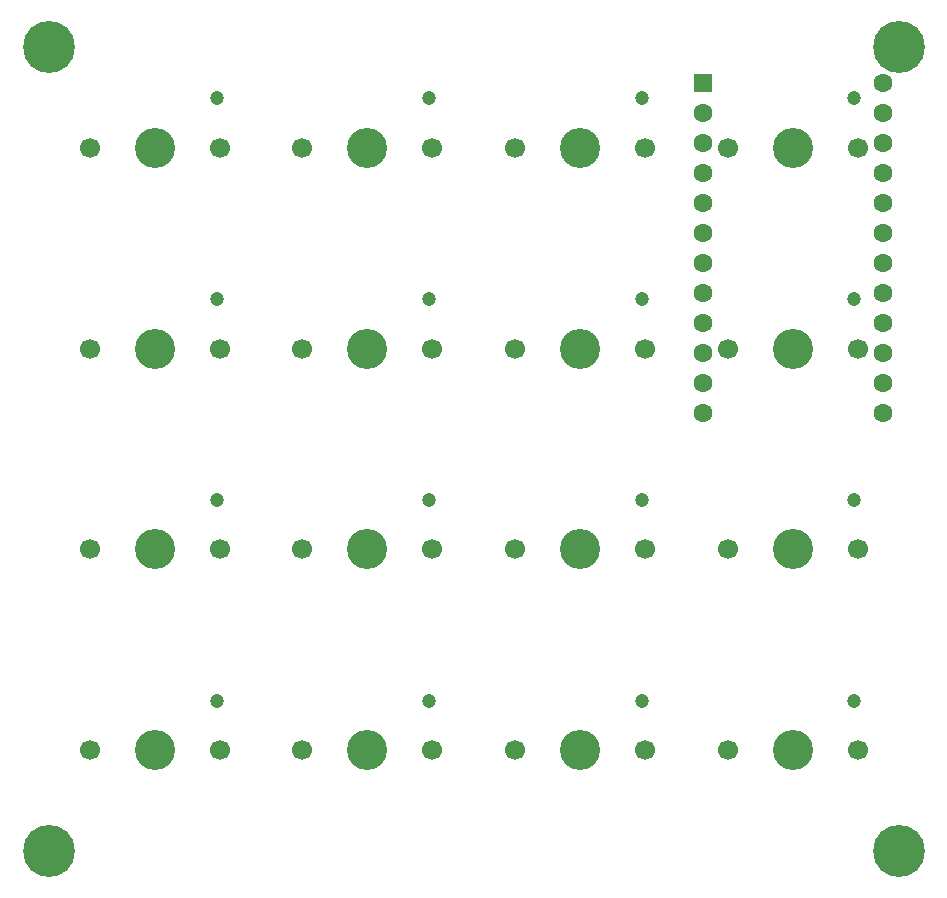
<source format=gbr>
%TF.GenerationSoftware,KiCad,Pcbnew,(7.0.0-rc1-156-g4c5a344629)*%
%TF.CreationDate,2023-03-07T17:57:50+10:30*%
%TF.ProjectId,4x4,3478342e-6b69-4636-9164-5f7063625858,rev?*%
%TF.SameCoordinates,Original*%
%TF.FileFunction,Soldermask,Top*%
%TF.FilePolarity,Negative*%
%FSLAX46Y46*%
G04 Gerber Fmt 4.6, Leading zero omitted, Abs format (unit mm)*
G04 Created by KiCad (PCBNEW (7.0.0-rc1-156-g4c5a344629)) date 2023-03-07 17:57:50*
%MOMM*%
%LPD*%
G01*
G04 APERTURE LIST*
%ADD10C,0.700000*%
%ADD11C,4.400000*%
%ADD12C,1.700000*%
%ADD13C,3.400000*%
%ADD14C,1.200000*%
%ADD15R,1.600000X1.600000*%
%ADD16C,1.600000*%
G04 APERTURE END LIST*
D10*
%TO.C,REF\u002A\u002A*%
X103850010Y-5666668D03*
X104333284Y-4499942D03*
X104333284Y-6833394D03*
X105500010Y-4016668D03*
D11*
X105500010Y-5666668D03*
D10*
X105500010Y-7316668D03*
X106666736Y-4499942D03*
X106666736Y-6833394D03*
X107150010Y-5666668D03*
%TD*%
%TO.C,REF\u002A\u002A*%
X35150010Y-73666684D03*
X34666736Y-74833410D03*
X34666736Y-72499958D03*
X33500010Y-75316684D03*
D11*
X33500010Y-73666684D03*
D10*
X33500010Y-72016684D03*
X32333284Y-74833410D03*
X32333284Y-72499958D03*
X31850010Y-73666684D03*
%TD*%
%TO.C,REF\u002A\u002A*%
X31850010Y-5666668D03*
X32333284Y-4499942D03*
X32333284Y-6833394D03*
X33500010Y-4016668D03*
D11*
X33500010Y-5666668D03*
D10*
X33500010Y-7316668D03*
X34666736Y-4499942D03*
X34666736Y-6833394D03*
X35150010Y-5666668D03*
%TD*%
%TO.C,REF\u002A\u002A*%
X103850010Y-73666684D03*
X104333284Y-72499958D03*
X104333284Y-74833410D03*
X105500010Y-72016684D03*
D11*
X105500010Y-73666684D03*
D10*
X105500010Y-75316684D03*
X106666736Y-72499958D03*
X106666736Y-74833410D03*
X107150010Y-73666684D03*
%TD*%
D12*
%TO.C,SW13*%
X91000010Y-14166670D03*
D13*
X96500010Y-14166670D03*
D14*
X101720010Y-9966670D03*
D12*
X102000010Y-14166670D03*
%TD*%
%TO.C,SW11*%
X73000010Y-48166678D03*
D13*
X78500010Y-48166678D03*
D14*
X83720010Y-43966678D03*
D12*
X84000010Y-48166678D03*
%TD*%
%TO.C,SW2*%
X37000010Y-31166674D03*
D13*
X42500010Y-31166674D03*
D14*
X47720010Y-26966674D03*
D12*
X48000010Y-31166674D03*
%TD*%
%TO.C,SW5*%
X55000010Y-14166670D03*
D13*
X60500010Y-14166670D03*
D14*
X65720010Y-9966670D03*
D12*
X66000010Y-14166670D03*
%TD*%
%TO.C,SW4*%
X37000010Y-65166682D03*
D13*
X42500010Y-65166682D03*
D14*
X47720010Y-60966682D03*
D12*
X48000010Y-65166682D03*
%TD*%
%TO.C,SW3*%
X37000010Y-48166678D03*
D13*
X42500010Y-48166678D03*
D14*
X47720010Y-43966678D03*
D12*
X48000010Y-48166678D03*
%TD*%
%TO.C,SW14*%
X91000010Y-31166674D03*
D13*
X96500010Y-31166674D03*
D14*
X101720010Y-26966674D03*
D12*
X102000010Y-31166674D03*
%TD*%
%TO.C,SW1*%
X37000010Y-14166670D03*
D13*
X42500010Y-14166670D03*
D14*
X47720010Y-9966670D03*
D12*
X48000010Y-14166670D03*
%TD*%
%TO.C,SW16*%
X91000010Y-65166682D03*
D13*
X96500010Y-65166682D03*
D14*
X101720010Y-60966682D03*
D12*
X102000010Y-65166682D03*
%TD*%
%TO.C,SW12*%
X73000010Y-65166682D03*
D13*
X78500010Y-65166682D03*
D14*
X83720010Y-60966682D03*
D12*
X84000010Y-65166682D03*
%TD*%
%TO.C,SW8*%
X55000010Y-65166682D03*
D13*
X60500010Y-65166682D03*
D14*
X65720010Y-60966682D03*
D12*
X66000010Y-65166682D03*
%TD*%
%TO.C,SW15*%
X91000010Y-48166678D03*
D13*
X96500010Y-48166678D03*
D14*
X101720010Y-43966678D03*
D12*
X102000010Y-48166678D03*
%TD*%
%TO.C,SW9*%
X73000010Y-14166670D03*
D13*
X78500010Y-14166670D03*
D14*
X83720010Y-9966670D03*
D12*
X84000010Y-14166670D03*
%TD*%
%TO.C,SW7*%
X55000010Y-48166678D03*
D13*
X60500010Y-48166678D03*
D14*
X65720010Y-43966678D03*
D12*
X66000010Y-48166678D03*
%TD*%
%TO.C,SW10*%
X73000010Y-31166674D03*
D13*
X78500010Y-31166674D03*
D14*
X83720010Y-26966674D03*
D12*
X84000010Y-31166674D03*
%TD*%
%TO.C,SW6*%
X55000010Y-31166674D03*
D13*
X60500010Y-31166674D03*
D14*
X65720010Y-26966674D03*
D12*
X66000010Y-31166674D03*
%TD*%
D15*
%TO.C,U1*%
X88880009Y-8696671D03*
D16*
X88880010Y-11236672D03*
X88880010Y-13776672D03*
X88880010Y-16316672D03*
X88880010Y-18856672D03*
X88880010Y-21396672D03*
X88880010Y-23936672D03*
X88880010Y-26476672D03*
X88880010Y-29016672D03*
X88880010Y-31556672D03*
X88880010Y-34096672D03*
X88880010Y-36636672D03*
X104120010Y-36636672D03*
X104120010Y-34096672D03*
X104120010Y-31556672D03*
X104120010Y-29016672D03*
X104120010Y-26476672D03*
X104120010Y-23936672D03*
X104120010Y-21396672D03*
X104120010Y-18856672D03*
X104120010Y-16316672D03*
X104120010Y-13776672D03*
X104120010Y-11236672D03*
X104120010Y-8696672D03*
%TD*%
M02*

</source>
